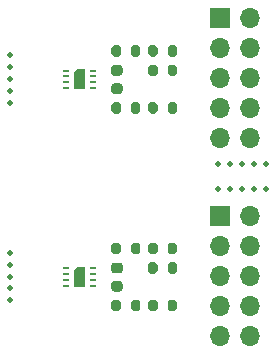
<source format=gbr>
%TF.GenerationSoftware,KiCad,Pcbnew,(5.1.9-0-10_14)*%
%TF.CreationDate,2021-03-23T19:07:49+01:00*%
%TF.ProjectId,itho_rv_sensor,6974686f-5f72-4765-9f73-656e736f722e,rev?*%
%TF.SameCoordinates,Original*%
%TF.FileFunction,Soldermask,Top*%
%TF.FilePolarity,Negative*%
%FSLAX46Y46*%
G04 Gerber Fmt 4.6, Leading zero omitted, Abs format (unit mm)*
G04 Created by KiCad (PCBNEW (5.1.9-0-10_14)) date 2021-03-23 19:07:49*
%MOMM*%
%LPD*%
G01*
G04 APERTURE LIST*
%ADD10C,0.500000*%
%ADD11R,1.700000X1.700000*%
%ADD12O,1.700000X1.700000*%
%ADD13C,0.100000*%
%ADD14R,0.550000X0.250000*%
G04 APERTURE END LIST*
D10*
%TO.C,REF\u002A\u002A*%
X131906000Y-92692000D03*
X135906000Y-92692000D03*
X132906000Y-92692000D03*
X134906000Y-92692000D03*
X133906000Y-92692000D03*
X131906000Y-94792000D03*
X132906000Y-94792000D03*
X133906000Y-94792000D03*
X134906000Y-94792000D03*
X135906000Y-94792000D03*
%TD*%
D11*
%TO.C,J1*%
X132080000Y-97028000D03*
D12*
X134620000Y-97028000D03*
X132080000Y-99568000D03*
X134620000Y-99568000D03*
X132080000Y-102108000D03*
X134620000Y-102108000D03*
X132080000Y-104648000D03*
X134620000Y-104648000D03*
X132080000Y-107188000D03*
X134620000Y-107188000D03*
%TD*%
D13*
%TO.C,U1*%
G36*
X120642000Y-103085000D02*
G01*
X119642000Y-103085000D01*
X119642000Y-101685000D01*
X119942000Y-101385000D01*
X120642000Y-101385000D01*
X120642000Y-103085000D01*
G37*
D14*
X121317000Y-101485000D03*
X121317000Y-101985000D03*
X121317000Y-102485000D03*
X121317000Y-102985000D03*
X118967000Y-102985000D03*
X118967000Y-102485000D03*
X118967000Y-101985000D03*
X118967000Y-101485000D03*
%TD*%
%TO.C,C1*%
G36*
G01*
X123567000Y-103473000D02*
X123067000Y-103473000D01*
G75*
G02*
X122842000Y-103248000I0J225000D01*
G01*
X122842000Y-102798000D01*
G75*
G02*
X123067000Y-102573000I225000J0D01*
G01*
X123567000Y-102573000D01*
G75*
G02*
X123792000Y-102798000I0J-225000D01*
G01*
X123792000Y-103248000D01*
G75*
G02*
X123567000Y-103473000I-225000J0D01*
G01*
G37*
G36*
G01*
X123567000Y-101923000D02*
X123067000Y-101923000D01*
G75*
G02*
X122842000Y-101698000I0J225000D01*
G01*
X122842000Y-101248000D01*
G75*
G02*
X123067000Y-101023000I225000J0D01*
G01*
X123567000Y-101023000D01*
G75*
G02*
X123792000Y-101248000I0J-225000D01*
G01*
X123792000Y-101698000D01*
G75*
G02*
X123567000Y-101923000I-225000J0D01*
G01*
G37*
%TD*%
%TO.C,R3*%
G36*
G01*
X128415000Y-104373000D02*
X128415000Y-104923000D01*
G75*
G02*
X128215000Y-105123000I-200000J0D01*
G01*
X127815000Y-105123000D01*
G75*
G02*
X127615000Y-104923000I0J200000D01*
G01*
X127615000Y-104373000D01*
G75*
G02*
X127815000Y-104173000I200000J0D01*
G01*
X128215000Y-104173000D01*
G75*
G02*
X128415000Y-104373000I0J-200000D01*
G01*
G37*
G36*
G01*
X126765000Y-104373000D02*
X126765000Y-104923000D01*
G75*
G02*
X126565000Y-105123000I-200000J0D01*
G01*
X126165000Y-105123000D01*
G75*
G02*
X125965000Y-104923000I0J200000D01*
G01*
X125965000Y-104373000D01*
G75*
G02*
X126165000Y-104173000I200000J0D01*
G01*
X126565000Y-104173000D01*
G75*
G02*
X126765000Y-104373000I0J-200000D01*
G01*
G37*
%TD*%
%TO.C,R2*%
G36*
G01*
X122854000Y-100097000D02*
X122854000Y-99547000D01*
G75*
G02*
X123054000Y-99347000I200000J0D01*
G01*
X123454000Y-99347000D01*
G75*
G02*
X123654000Y-99547000I0J-200000D01*
G01*
X123654000Y-100097000D01*
G75*
G02*
X123454000Y-100297000I-200000J0D01*
G01*
X123054000Y-100297000D01*
G75*
G02*
X122854000Y-100097000I0J200000D01*
G01*
G37*
G36*
G01*
X124504000Y-100097000D02*
X124504000Y-99547000D01*
G75*
G02*
X124704000Y-99347000I200000J0D01*
G01*
X125104000Y-99347000D01*
G75*
G02*
X125304000Y-99547000I0J-200000D01*
G01*
X125304000Y-100097000D01*
G75*
G02*
X125104000Y-100297000I-200000J0D01*
G01*
X124704000Y-100297000D01*
G75*
G02*
X124504000Y-100097000I0J200000D01*
G01*
G37*
%TD*%
%TO.C,R1*%
G36*
G01*
X122854000Y-104923000D02*
X122854000Y-104373000D01*
G75*
G02*
X123054000Y-104173000I200000J0D01*
G01*
X123454000Y-104173000D01*
G75*
G02*
X123654000Y-104373000I0J-200000D01*
G01*
X123654000Y-104923000D01*
G75*
G02*
X123454000Y-105123000I-200000J0D01*
G01*
X123054000Y-105123000D01*
G75*
G02*
X122854000Y-104923000I0J200000D01*
G01*
G37*
G36*
G01*
X124504000Y-104923000D02*
X124504000Y-104373000D01*
G75*
G02*
X124704000Y-104173000I200000J0D01*
G01*
X125104000Y-104173000D01*
G75*
G02*
X125304000Y-104373000I0J-200000D01*
G01*
X125304000Y-104923000D01*
G75*
G02*
X125104000Y-105123000I-200000J0D01*
G01*
X124704000Y-105123000D01*
G75*
G02*
X124504000Y-104923000I0J200000D01*
G01*
G37*
%TD*%
%TO.C,R5*%
G36*
G01*
X128415000Y-101198000D02*
X128415000Y-101748000D01*
G75*
G02*
X128215000Y-101948000I-200000J0D01*
G01*
X127815000Y-101948000D01*
G75*
G02*
X127615000Y-101748000I0J200000D01*
G01*
X127615000Y-101198000D01*
G75*
G02*
X127815000Y-100998000I200000J0D01*
G01*
X128215000Y-100998000D01*
G75*
G02*
X128415000Y-101198000I0J-200000D01*
G01*
G37*
G36*
G01*
X126765000Y-101198000D02*
X126765000Y-101748000D01*
G75*
G02*
X126565000Y-101948000I-200000J0D01*
G01*
X126165000Y-101948000D01*
G75*
G02*
X125965000Y-101748000I0J200000D01*
G01*
X125965000Y-101198000D01*
G75*
G02*
X126165000Y-100998000I200000J0D01*
G01*
X126565000Y-100998000D01*
G75*
G02*
X126765000Y-101198000I0J-200000D01*
G01*
G37*
%TD*%
%TO.C,R4*%
G36*
G01*
X125966000Y-100097000D02*
X125966000Y-99547000D01*
G75*
G02*
X126166000Y-99347000I200000J0D01*
G01*
X126566000Y-99347000D01*
G75*
G02*
X126766000Y-99547000I0J-200000D01*
G01*
X126766000Y-100097000D01*
G75*
G02*
X126566000Y-100297000I-200000J0D01*
G01*
X126166000Y-100297000D01*
G75*
G02*
X125966000Y-100097000I0J200000D01*
G01*
G37*
G36*
G01*
X127616000Y-100097000D02*
X127616000Y-99547000D01*
G75*
G02*
X127816000Y-99347000I200000J0D01*
G01*
X128216000Y-99347000D01*
G75*
G02*
X128416000Y-99547000I0J-200000D01*
G01*
X128416000Y-100097000D01*
G75*
G02*
X128216000Y-100297000I-200000J0D01*
G01*
X127816000Y-100297000D01*
G75*
G02*
X127616000Y-100097000I0J200000D01*
G01*
G37*
%TD*%
D10*
%TO.C,REF\u002A\u002A*%
X114223000Y-102195000D03*
X114223000Y-103195000D03*
X114223000Y-101195000D03*
X114223000Y-104195000D03*
X114223000Y-100195000D03*
%TD*%
%TO.C,REF\u002A\u002A*%
X114223000Y-83465000D03*
X114223000Y-87465000D03*
X114223000Y-84465000D03*
X114223000Y-86465000D03*
X114223000Y-85465000D03*
%TD*%
%TO.C,R5*%
G36*
G01*
X126765000Y-84468000D02*
X126765000Y-85018000D01*
G75*
G02*
X126565000Y-85218000I-200000J0D01*
G01*
X126165000Y-85218000D01*
G75*
G02*
X125965000Y-85018000I0J200000D01*
G01*
X125965000Y-84468000D01*
G75*
G02*
X126165000Y-84268000I200000J0D01*
G01*
X126565000Y-84268000D01*
G75*
G02*
X126765000Y-84468000I0J-200000D01*
G01*
G37*
G36*
G01*
X128415000Y-84468000D02*
X128415000Y-85018000D01*
G75*
G02*
X128215000Y-85218000I-200000J0D01*
G01*
X127815000Y-85218000D01*
G75*
G02*
X127615000Y-85018000I0J200000D01*
G01*
X127615000Y-84468000D01*
G75*
G02*
X127815000Y-84268000I200000J0D01*
G01*
X128215000Y-84268000D01*
G75*
G02*
X128415000Y-84468000I0J-200000D01*
G01*
G37*
%TD*%
%TO.C,R4*%
G36*
G01*
X127616000Y-83367000D02*
X127616000Y-82817000D01*
G75*
G02*
X127816000Y-82617000I200000J0D01*
G01*
X128216000Y-82617000D01*
G75*
G02*
X128416000Y-82817000I0J-200000D01*
G01*
X128416000Y-83367000D01*
G75*
G02*
X128216000Y-83567000I-200000J0D01*
G01*
X127816000Y-83567000D01*
G75*
G02*
X127616000Y-83367000I0J200000D01*
G01*
G37*
G36*
G01*
X125966000Y-83367000D02*
X125966000Y-82817000D01*
G75*
G02*
X126166000Y-82617000I200000J0D01*
G01*
X126566000Y-82617000D01*
G75*
G02*
X126766000Y-82817000I0J-200000D01*
G01*
X126766000Y-83367000D01*
G75*
G02*
X126566000Y-83567000I-200000J0D01*
G01*
X126166000Y-83567000D01*
G75*
G02*
X125966000Y-83367000I0J200000D01*
G01*
G37*
%TD*%
%TO.C,R3*%
G36*
G01*
X126765000Y-87643000D02*
X126765000Y-88193000D01*
G75*
G02*
X126565000Y-88393000I-200000J0D01*
G01*
X126165000Y-88393000D01*
G75*
G02*
X125965000Y-88193000I0J200000D01*
G01*
X125965000Y-87643000D01*
G75*
G02*
X126165000Y-87443000I200000J0D01*
G01*
X126565000Y-87443000D01*
G75*
G02*
X126765000Y-87643000I0J-200000D01*
G01*
G37*
G36*
G01*
X128415000Y-87643000D02*
X128415000Y-88193000D01*
G75*
G02*
X128215000Y-88393000I-200000J0D01*
G01*
X127815000Y-88393000D01*
G75*
G02*
X127615000Y-88193000I0J200000D01*
G01*
X127615000Y-87643000D01*
G75*
G02*
X127815000Y-87443000I200000J0D01*
G01*
X128215000Y-87443000D01*
G75*
G02*
X128415000Y-87643000I0J-200000D01*
G01*
G37*
%TD*%
%TO.C,R2*%
G36*
G01*
X124504000Y-83367000D02*
X124504000Y-82817000D01*
G75*
G02*
X124704000Y-82617000I200000J0D01*
G01*
X125104000Y-82617000D01*
G75*
G02*
X125304000Y-82817000I0J-200000D01*
G01*
X125304000Y-83367000D01*
G75*
G02*
X125104000Y-83567000I-200000J0D01*
G01*
X124704000Y-83567000D01*
G75*
G02*
X124504000Y-83367000I0J200000D01*
G01*
G37*
G36*
G01*
X122854000Y-83367000D02*
X122854000Y-82817000D01*
G75*
G02*
X123054000Y-82617000I200000J0D01*
G01*
X123454000Y-82617000D01*
G75*
G02*
X123654000Y-82817000I0J-200000D01*
G01*
X123654000Y-83367000D01*
G75*
G02*
X123454000Y-83567000I-200000J0D01*
G01*
X123054000Y-83567000D01*
G75*
G02*
X122854000Y-83367000I0J200000D01*
G01*
G37*
%TD*%
%TO.C,R1*%
G36*
G01*
X124504000Y-88193000D02*
X124504000Y-87643000D01*
G75*
G02*
X124704000Y-87443000I200000J0D01*
G01*
X125104000Y-87443000D01*
G75*
G02*
X125304000Y-87643000I0J-200000D01*
G01*
X125304000Y-88193000D01*
G75*
G02*
X125104000Y-88393000I-200000J0D01*
G01*
X124704000Y-88393000D01*
G75*
G02*
X124504000Y-88193000I0J200000D01*
G01*
G37*
G36*
G01*
X122854000Y-88193000D02*
X122854000Y-87643000D01*
G75*
G02*
X123054000Y-87443000I200000J0D01*
G01*
X123454000Y-87443000D01*
G75*
G02*
X123654000Y-87643000I0J-200000D01*
G01*
X123654000Y-88193000D01*
G75*
G02*
X123454000Y-88393000I-200000J0D01*
G01*
X123054000Y-88393000D01*
G75*
G02*
X122854000Y-88193000I0J200000D01*
G01*
G37*
%TD*%
%TO.C,C1*%
G36*
G01*
X123567000Y-85193000D02*
X123067000Y-85193000D01*
G75*
G02*
X122842000Y-84968000I0J225000D01*
G01*
X122842000Y-84518000D01*
G75*
G02*
X123067000Y-84293000I225000J0D01*
G01*
X123567000Y-84293000D01*
G75*
G02*
X123792000Y-84518000I0J-225000D01*
G01*
X123792000Y-84968000D01*
G75*
G02*
X123567000Y-85193000I-225000J0D01*
G01*
G37*
G36*
G01*
X123567000Y-86743000D02*
X123067000Y-86743000D01*
G75*
G02*
X122842000Y-86518000I0J225000D01*
G01*
X122842000Y-86068000D01*
G75*
G02*
X123067000Y-85843000I225000J0D01*
G01*
X123567000Y-85843000D01*
G75*
G02*
X123792000Y-86068000I0J-225000D01*
G01*
X123792000Y-86518000D01*
G75*
G02*
X123567000Y-86743000I-225000J0D01*
G01*
G37*
%TD*%
D14*
%TO.C,U1*%
X118967000Y-84755000D03*
X118967000Y-85255000D03*
X118967000Y-85755000D03*
X118967000Y-86255000D03*
X121317000Y-86255000D03*
X121317000Y-85755000D03*
X121317000Y-85255000D03*
X121317000Y-84755000D03*
D13*
G36*
X120642000Y-86355000D02*
G01*
X119642000Y-86355000D01*
X119642000Y-84955000D01*
X119942000Y-84655000D01*
X120642000Y-84655000D01*
X120642000Y-86355000D01*
G37*
%TD*%
D12*
%TO.C,J1*%
X134620000Y-90458000D03*
X132080000Y-90458000D03*
X134620000Y-87918000D03*
X132080000Y-87918000D03*
X134620000Y-85378000D03*
X132080000Y-85378000D03*
X134620000Y-82838000D03*
X132080000Y-82838000D03*
X134620000Y-80298000D03*
D11*
X132080000Y-80298000D03*
%TD*%
M02*

</source>
